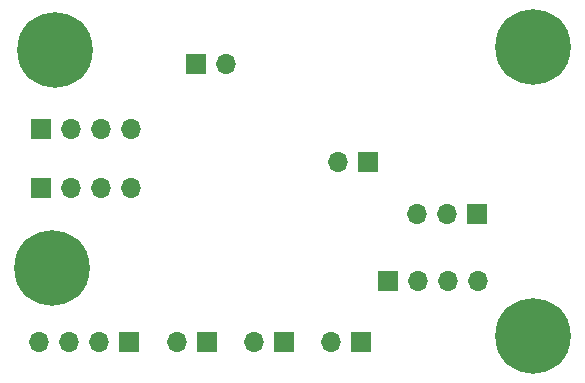
<source format=gbr>
%TF.GenerationSoftware,KiCad,Pcbnew,(6.0.0)*%
%TF.CreationDate,2022-03-17T17:23:03-06:00*%
%TF.ProjectId,FPAA_Starter_Board,46504141-5f53-4746-9172-7465725f426f,rev?*%
%TF.SameCoordinates,Original*%
%TF.FileFunction,Soldermask,Bot*%
%TF.FilePolarity,Negative*%
%FSLAX46Y46*%
G04 Gerber Fmt 4.6, Leading zero omitted, Abs format (unit mm)*
G04 Created by KiCad (PCBNEW (6.0.0)) date 2022-03-17 17:23:03*
%MOMM*%
%LPD*%
G01*
G04 APERTURE LIST*
%ADD10R,1.700000X1.700000*%
%ADD11O,1.700000X1.700000*%
%ADD12C,0.800000*%
%ADD13C,6.400000*%
G04 APERTURE END LIST*
D10*
%TO.C,J10*%
X132500000Y-102750000D03*
D11*
X129960000Y-102750000D03*
%TD*%
D12*
%TO.C,H3*%
X148197056Y-91302944D03*
X144802944Y-94697056D03*
D13*
X146500000Y-93000000D03*
D12*
X144802944Y-91302944D03*
X146500000Y-90600000D03*
X148197056Y-94697056D03*
X144100000Y-93000000D03*
X148900000Y-93000000D03*
X146500000Y-95400000D03*
%TD*%
D10*
%TO.C,J4*%
X104880000Y-105000000D03*
D11*
X107420000Y-105000000D03*
X109960000Y-105000000D03*
X112500000Y-105000000D03*
%TD*%
D12*
%TO.C,H2*%
X103600000Y-93250000D03*
X104302944Y-94947056D03*
X106000000Y-95650000D03*
X107697056Y-91552944D03*
X107697056Y-94947056D03*
X106000000Y-90850000D03*
D13*
X106000000Y-93250000D03*
D12*
X104302944Y-91552944D03*
X108400000Y-93250000D03*
%TD*%
D10*
%TO.C,J5*%
X118860000Y-118010000D03*
D11*
X116320000Y-118010000D03*
%TD*%
D10*
%TO.C,J1*%
X117960000Y-94500000D03*
D11*
X120500000Y-94500000D03*
%TD*%
D12*
%TO.C,H4*%
X148900000Y-117500000D03*
X146500000Y-115100000D03*
D13*
X146500000Y-117500000D03*
D12*
X144802944Y-119197056D03*
X146500000Y-119900000D03*
X144802944Y-115802944D03*
X148197056Y-115802944D03*
X144100000Y-117500000D03*
X148197056Y-119197056D03*
%TD*%
D10*
%TO.C,J9*%
X131950000Y-118010000D03*
D11*
X129410000Y-118010000D03*
%TD*%
D10*
%TO.C,J7*%
X112300000Y-118000000D03*
D11*
X109760000Y-118000000D03*
X107220000Y-118000000D03*
X104680000Y-118000000D03*
%TD*%
D10*
%TO.C,J2*%
X141750000Y-107200000D03*
D11*
X139210000Y-107200000D03*
X136670000Y-107200000D03*
%TD*%
D10*
%TO.C,J8*%
X134200000Y-112800000D03*
D11*
X136740000Y-112800000D03*
X139280000Y-112800000D03*
X141820000Y-112800000D03*
%TD*%
D13*
%TO.C,H1*%
X105750000Y-111750000D03*
D12*
X105750000Y-114150000D03*
X104052944Y-110052944D03*
X107447056Y-113447056D03*
X103350000Y-111750000D03*
X105750000Y-109350000D03*
X108150000Y-111750000D03*
X107447056Y-110052944D03*
X104052944Y-113447056D03*
%TD*%
D10*
%TO.C,J6*%
X125390000Y-118020000D03*
D11*
X122850000Y-118020000D03*
%TD*%
D10*
%TO.C,J3*%
X104830000Y-100000000D03*
D11*
X107370000Y-100000000D03*
X109910000Y-100000000D03*
X112450000Y-100000000D03*
%TD*%
M02*

</source>
